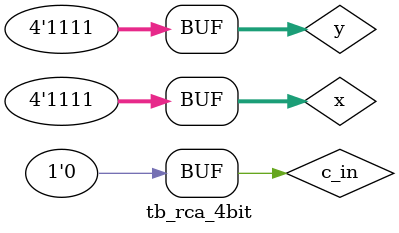
<source format=v>
`timescale 1ns/1ns
module tb_rca_4bit();
  reg [3:0] x, y;
  reg c_in;
  wire [3:0] sum;
  wire c_out;
  
  rca_4bit u0(x, y, c_in, sum, c_out);
  
  initial
  begin
    x = 4'b1111; y = 4'b0000; c_in = 0;
    #100; y = 4'b0001;
    #100; y = 4'b0010;
    #100; y = 4'b0011;
    #100; y = 4'b0100;
    #100; y = 4'b0101;
    #100; y = 4'b0110;
    #100; y = 4'b1111;
  end
endmodule
</source>
